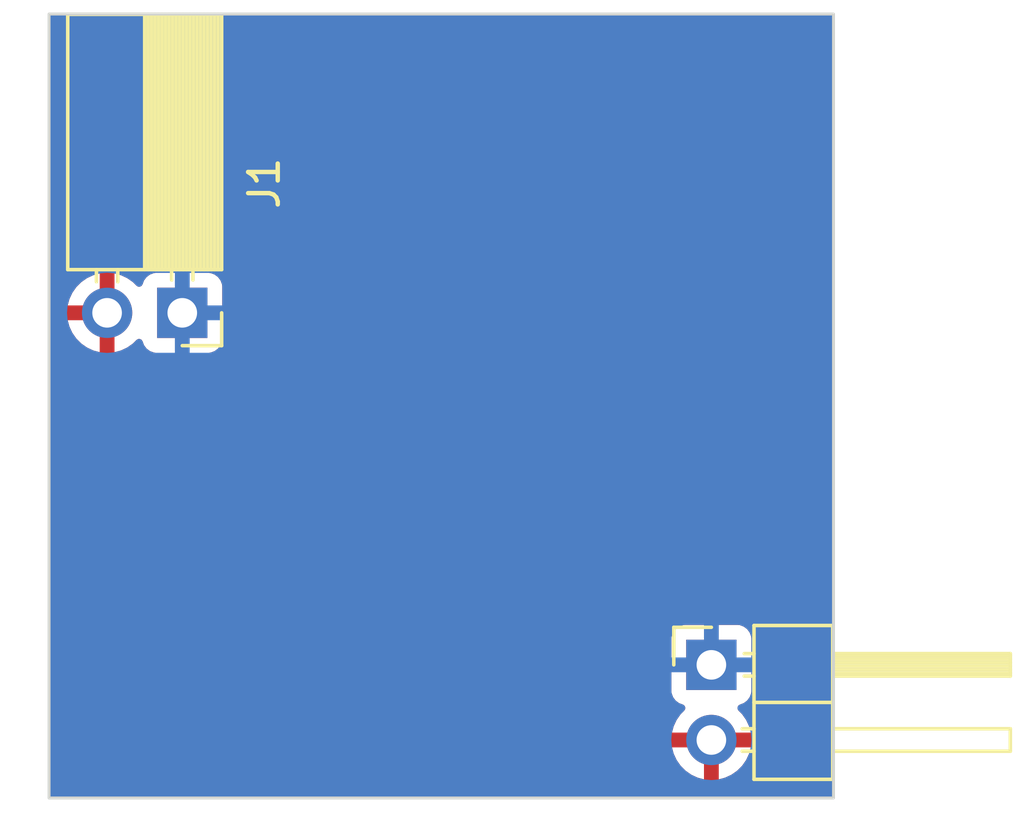
<source format=kicad_pcb>
(kicad_pcb (version 20221018) (generator pcbnew)
  (layers (0 "F.Cu" signal) (31 "B.Cu" signal) (34 "B.Paste" user) (35 "F.Paste" user) (36 "B.SilkS" user "B.Silkscreen") (37 "F.SilkS" user "F.Silkscreen") (38 "B.Mask" user) (39 "F.Mask" user) (44 "Edge.Cuts" user))
  (net 0 "")
  (net 1 "/VCC")
  (net 2 "/GND")
  (footprint "Connector_PinHeader_2.54mm:PinHeader_1x02_P2.54mm_Horizontal" (layer "F.Cu") (at 47.375 47)
    (fp_text reference "J2" hide)
    (fp_text value "Conn_01x02")
    (fp_line (start -1.27 -1.27) (end 0 -1.27) (stroke (width 0.12)) (layer "F.SilkS"))
    (fp_line (start -1.27 0) (end -1.27 -1.27) (stroke (width 0.12)) (layer "F.SilkS"))
    (fp_line (start 1.042929 2.16) (end 1.44 2.16) (stroke (width 0.12)) (layer "F.SilkS"))
    (fp_line (start 1.042929 2.92) (end 1.44 2.92) (stroke (width 0.12)) (layer "F.SilkS"))
    (fp_line (start 1.11 -0.38) (end 1.44 -0.38) (stroke (width 0.12)) (layer "F.SilkS"))
    (fp_line (start 1.11 0.38) (end 1.44 0.38) (stroke (width 0.12)) (layer "F.SilkS"))
    (fp_line (start 1.44 -1.33) (end 1.44 3.87) (stroke (width 0.12)) (layer "F.SilkS"))
    (fp_line (start 1.44 1.27) (end 4.1 1.27) (stroke (width 0.12)) (layer "F.SilkS"))
    (fp_line (start 1.44 3.87) (end 4.1 3.87) (stroke (width 0.12)) (layer "F.SilkS"))
    (fp_line (start 4.1 -1.33) (end 1.44 -1.33) (stroke (width 0.12)) (layer "F.SilkS"))
    (fp_line (start 4.1 -0.38) (end 10.1 -0.38) (stroke (width 0.12)) (layer "F.SilkS"))
    (fp_line (start 4.1 -0.32) (end 10.1 -0.32) (stroke (width 0.12)) (layer "F.SilkS"))
    (fp_line (start 4.1 -0.2) (end 10.1 -0.2) (stroke (width 0.12)) (layer "F.SilkS"))
    (fp_line (start 4.1 -0.08) (end 10.1 -0.08) (stroke (width 0.12)) (layer "F.SilkS"))
    (fp_line (start 4.1 0.04) (end 10.1 0.04) (stroke (width 0.12)) (layer "F.SilkS"))
    (fp_line (start 4.1 0.16) (end 10.1 0.16) (stroke (width 0.12)) (layer "F.SilkS"))
    (fp_line (start 4.1 0.28) (end 10.1 0.28) (stroke (width 0.12)) (layer "F.SilkS"))
    (fp_line (start 4.1 2.16) (end 10.1 2.16) (stroke (width 0.12)) (layer "F.SilkS"))
    (fp_line (start 4.1 3.87) (end 4.1 -1.33) (stroke (width 0.12)) (layer "F.SilkS"))
    (fp_line (start 10.1 -0.38) (end 10.1 0.38) (stroke (width 0.12)) (layer "F.SilkS"))
    (fp_line (start 10.1 0.38) (end 4.1 0.38) (stroke (width 0.12)) (layer "F.SilkS"))
    (fp_line (start 10.1 2.16) (end 10.1 2.92) (stroke (width 0.12)) (layer "F.SilkS"))
    (fp_line (start 10.1 2.92) (end 4.1 2.92) (stroke (width 0.12)) (layer "F.SilkS"))
    (pad "1" thru_hole rect (at 0 0) (size 1.7 1.7) (drill 1) (layers "*.Cu" "*.Mask") (net 2 "/GND"))
    (pad "2" thru_hole oval (at 0 2.54) (size 1.7 1.7) (drill 1) (layers "*.Cu" "*.Mask") (net 1 "/VCC"))
  )
  (footprint "Connector_PinSocket_2.54mm:PinSocket_1x02_P2.54mm_Horizontal" (layer "F.Cu") (at 29.5 35.1 -90)
    (fp_text reference "J1" (at -4.38 -2.77 90) (layer "F.SilkS"))
    (fp_text value "Conn_01x02")
    (fp_line (start -10.09 -1.33) (end -10.09 3.87) (stroke (width 0.12)) (layer "F.SilkS"))
    (fp_line (start -10.09 -1.33) (end -1.46 -1.33) (stroke (width 0.12)) (layer "F.SilkS"))
    (fp_line (start -10.09 -1.21) (end -1.46 -1.21) (stroke (width 0.12)) (layer "F.SilkS"))
    (fp_line (start -10.09 -1.091905) (end -1.46 -1.091905) (stroke (width 0.12)) (layer "F.SilkS"))
    (fp_line (start -10.09 -0.97381) (end -1.46 -0.97381) (stroke (width 0.12)) (layer "F.SilkS"))
    (fp_line (start -10.09 -0.855715) (end -1.46 -0.855715) (stroke (width 0.12)) (layer "F.SilkS"))
    (fp_line (start -10.09 -0.73762) (end -1.46 -0.73762) (stroke (width 0.12)) (layer "F.SilkS"))
    (fp_line (start -10.09 -0.619525) (end -1.46 -0.619525) (stroke (width 0.12)) (layer "F.SilkS"))
    (fp_line (start -10.09 -0.50143) (end -1.46 -0.50143) (stroke (width 0.12)) (layer "F.SilkS"))
    (fp_line (start -10.09 -0.383335) (end -1.46 -0.383335) (stroke (width 0.12)) (layer "F.SilkS"))
    (fp_line (start -10.09 -0.26524) (end -1.46 -0.26524) (stroke (width 0.12)) (layer "F.SilkS"))
    (fp_line (start -10.09 -0.147145) (end -1.46 -0.147145) (stroke (width 0.12)) (layer "F.SilkS"))
    (fp_line (start -10.09 -0.02905) (end -1.46 -0.02905) (stroke (width 0.12)) (layer "F.SilkS"))
    (fp_line (start -10.09 0.089045) (end -1.46 0.089045) (stroke (width 0.12)) (layer "F.SilkS"))
    (fp_line (start -10.09 0.20714) (end -1.46 0.20714) (stroke (width 0.12)) (layer "F.SilkS"))
    (fp_line (start -10.09 0.325235) (end -1.46 0.325235) (stroke (width 0.12)) (layer "F.SilkS"))
    (fp_line (start -10.09 0.44333) (end -1.46 0.44333) (stroke (width 0.12)) (layer "F.SilkS"))
    (fp_line (start -10.09 0.561425) (end -1.46 0.561425) (stroke (width 0.12)) (layer "F.SilkS"))
    (fp_line (start -10.09 0.67952) (end -1.46 0.67952) (stroke (width 0.12)) (layer "F.SilkS"))
    (fp_line (start -10.09 0.797615) (end -1.46 0.797615) (stroke (width 0.12)) (layer "F.SilkS"))
    (fp_line (start -10.09 0.91571) (end -1.46 0.91571) (stroke (width 0.12)) (layer "F.SilkS"))
    (fp_line (start -10.09 1.033805) (end -1.46 1.033805) (stroke (width 0.12)) (layer "F.SilkS"))
    (fp_line (start -10.09 1.1519) (end -1.46 1.1519) (stroke (width 0.12)) (layer "F.SilkS"))
    (fp_line (start -10.09 1.27) (end -1.46 1.27) (stroke (width 0.12)) (layer "F.SilkS"))
    (fp_line (start -10.09 3.87) (end -1.46 3.87) (stroke (width 0.12)) (layer "F.SilkS"))
    (fp_line (start -1.46 -1.33) (end -1.46 3.87) (stroke (width 0.12)) (layer "F.SilkS"))
    (fp_line (start -1.46 -0.36) (end -1.11 -0.36) (stroke (width 0.12)) (layer "F.SilkS"))
    (fp_line (start -1.46 0.36) (end -1.11 0.36) (stroke (width 0.12)) (layer "F.SilkS"))
    (fp_line (start -1.46 2.18) (end -1.05 2.18) (stroke (width 0.12)) (layer "F.SilkS"))
    (fp_line (start -1.46 2.9) (end -1.05 2.9) (stroke (width 0.12)) (layer "F.SilkS"))
    (fp_line (start 0 -1.33) (end 1.11 -1.33) (stroke (width 0.12)) (layer "F.SilkS"))
    (fp_line (start 1.11 -1.33) (end 1.11 0) (stroke (width 0.12)) (layer "F.SilkS"))
    (pad "1" thru_hole rect (at 0 0 270) (size 1.7 1.7) (drill 1) (layers "*.Cu" "*.Mask") (net 2 "/GND"))
    (pad "2" thru_hole oval (at 0 2.54 270) (size 1.7 1.7) (drill 1) (layers "*.Cu" "*.Mask") (net 1 "/VCC"))
  )
  (gr_rect (start 25 25) (end 51.5 51.5) (stroke (width 0.1)) (fill none) (layer "Edge.Cuts"))
  (zone (net 1) (net_name "/VCC") (layer "F.Cu") (connect_pads (clearance 0.5)) (min_thickness 0.25) (fill yes (thermal_gap 0.5) (thermal_bridge_width 0.5))
    (polygon (pts (xy 24.75 24.75) (xy 51.75 24.75) (xy 51.75 51.75) (xy 24.75 51.75)))
  )
  (zone (net 2) (net_name "/GND") (layer "B.Cu") (priority 1) (connect_pads (clearance 0.5)) (min_thickness 0.25) (fill yes (thermal_gap 0.5) (thermal_bridge_width 0.5))
    (polygon (pts (xy 24.75 24.75) (xy 51.75 24.75) (xy 51.75 51.75) (xy 24.75 51.75)))
  )
)
</source>
